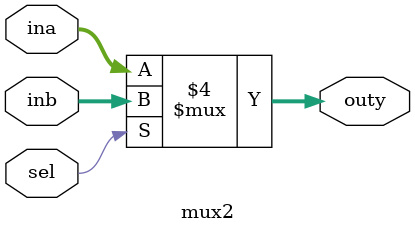
<source format=v>
module mux2
#(parameter
	n     = 16//length of original number
)
(
    input [2*n-1 :0] ina,
    input [2*n-1 :0] inb,
    input sel,
    output reg [2*n-1 :0] outy
);
	
    always@ (*)
    begin
    if (sel == 0)
        outy = ina;
    else
        outy = inb;
    end
	
endmodule

</source>
